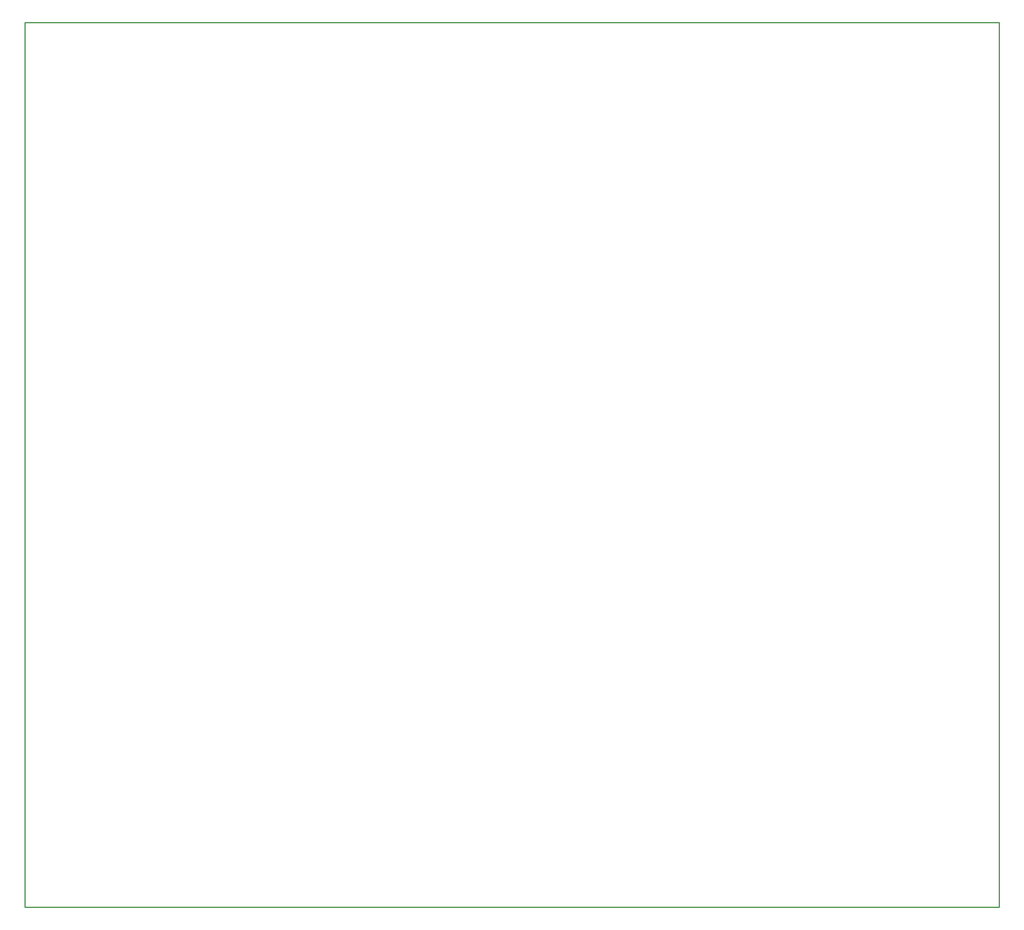
<source format=gbr>
G04 FreePCB MFC Application*
G04 Version: ÏëàòÔîðì 2.427*
G04 Author: niconson.com *
G04 WebSite: https://niconson.com/freepcb2 *
G04 Repositories: https://github.com/niconson *
G04 D:\Works\ÏëàòÔîðì íà ðóññêîì\Projects\Led\version-01\(wERRORS)CAM(Driver-01)(9-18-2025)\Driver-01.BRD.gbr*

G04 Objects of panelization *
G04 êîíòóð ïëàòû layer *
G04 Scale: 100 percent, Rotated: No, Reflected: No *
%FSLAX26Y26*%
%MOIN*%
G04 êîíòóð ïëàòû *
G04 Rounded Rectangle Macro, params: W/2, H/2, R *
%AMRNDREC*
21,1,$1+$1,$2+$2-$3-$3,0,0,0*
21,1,$1+$1-$3-$3,$2+$2,0,0,0*
1,1,$3+$3,$1-$3,$2-$3*
1,1,$3+$3,$3-$1,$2-$3*
1,1,$3+$3,$1-$3,$3-$2*
1,1,$3+$3,$3-$1,$3-$2*%
G04 Rectangular Thermal Macro, params: W/4, H/4, TW/4, TC/4 *
%AMRECTHERM*
21,1,$1+$1-$3-$3-$4-$4,$2+$2-$3-$3-$4-$4-$4-$4,0-$1-$3-$4,0-$2-$3,0*
21,1,$1+$1-$3-$3-$4-$4-$4-$4,$2+$2-$3-$3-$4-$4,0-$1-$3,0-$2-$3-$4,0*
1,1,$4+$4+$4+$4,0-$1-$1+$4+$4,0-$2-$2+$4+$4*
1,1,$4+$4+$4+$4,0-$1-$1+$4+$4,0-$3-$3-$4-$4*
1,1,$4+$4+$4+$4,0-$3-$3-$4-$4,0-$2-$2+$4+$4*
21,1,$1+$1-$3-$3-$4-$4,$2+$2-$3-$3-$4-$4-$4-$4,0-$1-$3-$4,$2+$3,0*
21,1,$1+$1-$3-$3-$4-$4-$4-$4,$2+$2-$3-$3-$4-$4,0-$1-$3,$2+$3+$4,0*
1,1,$4+$4+$4+$4,0-$1-$1+$4+$4,$2+$2-$4-$4*
1,1,$4+$4+$4+$4,0-$1-$1+$4+$4,$3+$3+$4+$4*
1,1,$4+$4+$4+$4,0-$3-$3-$4-$4,$2+$2-$4-$4*
21,1,$1+$1-$3-$3-$4-$4,$2+$2-$3-$3-$4-$4-$4-$4,$1+$3+$4,0-$2-$3,0*
21,1,$1+$1-$3-$3-$4-$4-$4-$4,$2+$2-$3-$3-$4-$4,$1+$3,0-$2-$3-$4,0*
1,1,$4+$4+$4+$4,$1+$1-$4-$4,0-$2-$2+$4+$4*
1,1,$4+$4+$4+$4,$1+$1-$4-$4,0-$3-$3-$4-$4*
1,1,$4+$4+$4+$4,$3+$3+$4+$4,0-$2-$2+$4+$4*
21,1,$1+$1-$3-$3-$4-$4,$2+$2-$3-$3-$4-$4-$4-$4,$1+$3+$4,$2+$3,0*
21,1,$1+$1-$3-$3-$4-$4-$4-$4,$2+$2-$3-$3-$4-$4,$1+$3,$2+$3+$4,0*
1,1,$4+$4+$4+$4,$1+$1-$4-$4,$2+$2-$4-$4*
1,1,$4+$4+$4+$4,$1+$1-$4-$4,$3+$3+$4+$4*
1,1,$4+$4+$4+$4,$3+$3+$4+$4,$2+$2-$4-$4*%
%AMRECTHERM_45*
21,1,$1+$1+$1+$1,$2+$2+$2+$2-$4-$4-$4-$4-$4-$4-$4-$4-$4-$4-$3-$3,0,0,0*
21,1,$1+$1+$1+$1-$4-$4-$4-$4-$4-$4-$4-$4-$4-$4-$3-$3,$2+$2+$2+$2,0,0,0*
1,1,$4+$4+$4+$4,$1+$1-$4-$4,$2+$2-$4-$4-$4-$4-$4-$3*
1,1,$4+$4+$4+$4,$1+$1-$4-$4,0-$2-$2+$4+$4+$4+$4+$4+$3*
1,1,$4+$4+$4+$4,$1+$1-$4-$4-$4-$4-$4-$3,$2+$2-$4-$4*
1,1,$4+$4+$4+$4,0-$1-$1+$4+$4+$4+$4+$4+$3,$2+$2-$4-$4*
1,1,$4+$4+$4+$4,0-$1-$1+$4+$4,$2+$2-$4-$4-$4-$4-$4-$3*
1,1,$4+$4+$4+$4,0-$1-$1+$4+$4,0-$2-$2+$4+$4+$4+$4+$4+$3*
1,1,$4+$4+$4+$4,$1+$1-$4-$4-$4-$4-$4-$3,0-$2-$2+$4+$4*
1,1,$4+$4+$4+$4,0-$1-$1+$4+$4+$4+$4+$4+$3,0-$2-$2+$4+$4*%
%ADD10C,0.010000*%
G01*
G04 begin color: clBlack*
%LPD*%

G04 Objects of panelization *
D10*
X-1771653Y-1240157D02*
X6456692Y-1240157D01*
X6456692Y6240157D01*
X-1771653Y6240157D01*
X-1771653Y-1240157D01*

G04 ----------------------- Draw board outline (positive)*

G04 -------------- Draw Parts, Pads, Traces, Vias and Text (positive)*

G04 Draw traces*

G04 Draw Text*
M02*

</source>
